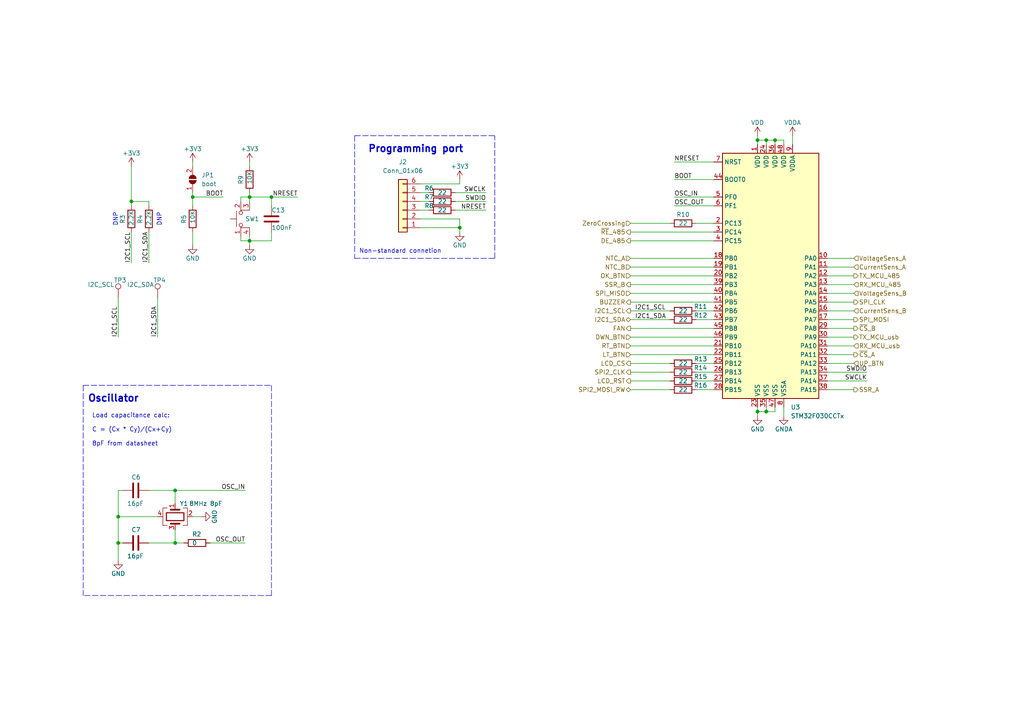
<source format=kicad_sch>
(kicad_sch (version 20211123) (generator eeschema)
  (paper "A4")
  (title_block (title "Reflow Controller"))
  (lib_symbols
    (symbol "Connector:TestPoint" (pin_numbers hide) (pin_names (offset 0.762) hide)
      (property "Reference" "TP" (at 0 6.858 0))
      (property "Value" "TestPoint" (at 0 5.08 0))
      (symbol "TestPoint_0_1"
        (circle (center 0 3.302) (radius 0.762))
      )
      (symbol "TestPoint_1_1"
        (pin passive line (at 0 0 90) (length 2.54) (name "1") (number "1"))
      )
    )
    (symbol "Connector_Generic:Conn_01x06" (pin_names (offset 1.016) hide)
      (property "Reference" "J" (at 0 7.62 0))
      (property "Value" "Conn_01x06" (at 0 -10.16 0))
      (symbol "Conn_01x06_1_1"
        (rectangle (start -1.27 -7.493) (end 0 -7.747) (stroke (width 0.1524)))
        (rectangle (start -1.27 -4.953) (end 0 -5.207) (stroke (width 0.1524)))
        (rectangle (start -1.27 -2.413) (end 0 -2.667) (stroke (width 0.1524)))
        (rectangle (start -1.27 0.127) (end 0 -0.127) (stroke (width 0.1524)))
        (rectangle (start -1.27 2.667) (end 0 2.413) (stroke (width 0.1524)))
        (rectangle (start -1.27 5.207) (end 0 4.953) (stroke (width 0.1524)))
        (rectangle (start -1.27 6.35) (end 1.27 -8.89) (stroke (width 0.254)) (fill (type background)))
        (pin passive line (at -5.08 5.08 0) (length 3.81) (name "Pin_1") (number "1"))
        (pin passive line (at -5.08 2.54 0) (length 3.81) (name "Pin_2") (number "2"))
        (pin passive line (at -5.08 0 0) (length 3.81) (name "Pin_3") (number "3"))
        (pin passive line (at -5.08 -2.54 0) (length 3.81) (name "Pin_4") (number "4"))
        (pin passive line (at -5.08 -5.08 0) (length 3.81) (name "Pin_5") (number "5"))
        (pin passive line (at -5.08 -7.62 0) (length 3.81) (name "Pin_6") (number "6"))
      )
    )
    (symbol "Device:C" (pin_numbers hide) (pin_names (offset 0.254))
      (property "Reference" "C" (at 0.635 2.54 0))
      (property "Value" "C" (at 0.635 -2.54 0))
      (symbol "C_0_1"
        (polyline (pts (xy -2.032 -0.762) (xy 2.032 -0.762)) (stroke (width 0.508)))
        (polyline (pts (xy -2.032 0.762) (xy 2.032 0.762)) (stroke (width 0.508)))
      )
      (symbol "C_1_1"
        (pin passive line (at 0 3.81 270) (length 2.794) (name "~") (number "1"))
        (pin passive line (at 0 -3.81 90) (length 2.794) (name "~") (number "2"))
      )
    )
    (symbol "Device:Crystal_GND24" (pin_names (offset 1.016) hide)
      (property "Reference" "Y" (at 3.175 5.08 0))
      (property "Value" "Crystal_GND24" (at 3.175 3.175 0))
      (symbol "Crystal_GND24_0_1"
        (rectangle (start -1.143 2.54) (end 1.143 -2.54) (stroke (width 0.3048)))
        (polyline (pts (xy -2.54 0) (xy -2.032 0)))
        (polyline (pts (xy -2.032 -1.27) (xy -2.032 1.27)) (stroke (width 0.508)))
        (polyline (pts (xy 0 -3.81) (xy 0 -3.556)))
        (polyline (pts (xy 0 3.556) (xy 0 3.81)))
        (polyline (pts (xy 2.032 -1.27) (xy 2.032 1.27)) (stroke (width 0.508)))
        (polyline (pts (xy 2.032 0) (xy 2.54 0)))
        (polyline (pts (xy -2.54 -2.286) (xy -2.54 -3.556) (xy 2.54 -3.556) (xy 2.54 -2.286)))
        (polyline (pts (xy -2.54 2.286) (xy -2.54 3.556) (xy 2.54 3.556) (xy 2.54 2.286)))
      )
      (symbol "Crystal_GND24_1_1"
        (pin passive line (at -3.81 0 0) (length 1.27) (name "1") (number "1"))
        (pin passive line (at 0 5.08 270) (length 1.27) (name "2") (number "2"))
        (pin passive line (at 3.81 0 180) (length 1.27) (name "3") (number "3"))
        (pin passive line (at 0 -5.08 90) (length 1.27) (name "4") (number "4"))
      )
    )
    (symbol "Device:R" (pin_numbers hide) (pin_names (offset 0))
      (property "Reference" "R" (at 2.032 0 90))
      (property "Value" "R" (at 0 0 90))
      (symbol "R_0_1"
        (rectangle (start -1.016 -2.54) (end 1.016 2.54) (stroke (width 0.254)))
      )
      (symbol "R_1_1"
        (pin passive line (at 0 3.81 270) (length 1.27) (name "~") (number "1"))
        (pin passive line (at 0 -3.81 90) (length 1.27) (name "~") (number "2"))
      )
    )
    (symbol "Jumper:SolderJumper_2_Open" (pin_names (offset 0) hide)
      (property "Reference" "JP" (at 0 2.032 0))
      (property "Value" "SolderJumper_2_Open" (at 0 -2.54 0))
      (symbol "SolderJumper_2_Open_0_1"
        (arc (start -0.254 1.016) (mid -1.27 0) (end -0.254 -1.016))
        (arc (start -0.254 1.016) (mid -1.27 0) (end -0.254 -1.016) (fill (type outline)))
        (polyline (pts (xy -0.254 1.016) (xy -0.254 -1.016)))
        (polyline (pts (xy 0.254 1.016) (xy 0.254 -1.016)))
        (arc (start 0.254 -1.016) (mid 1.27 0) (end 0.254 1.016))
        (arc (start 0.254 -1.016) (mid 1.27 0) (end 0.254 1.016) (fill (type outline)))
      )
      (symbol "SolderJumper_2_Open_1_1"
        (pin passive line (at -3.81 0 0) (length 2.54) (name "A") (number "1"))
        (pin passive line (at 3.81 0 180) (length 2.54) (name "B") (number "2"))
      )
    )
    (symbol "MCU_ST_STM32F0:STM32F030CCTx"
      (property "Reference" "U" (at -15.24 36.83 0))
      (property "Value" "STM32F030CCTx" (at 7.62 36.83 0))
      (symbol "STM32F030CCTx_0_1"
        (rectangle (start -15.24 -35.56) (end 12.7 35.56) (stroke (width 0.254)) (fill (type background)))
      )
      (symbol "STM32F030CCTx_1_1"
        (pin power_in line (at -5.08 38.1 270) (length 2.54) (name "VDD") (number "1"))
        (pin bidirectional line (at 15.24 5.08 180) (length 2.54) (name "PA0") (number "10"))
        (pin bidirectional line (at 15.24 2.54 180) (length 2.54) (name "PA1") (number "11"))
        (pin bidirectional line (at 15.24 0 180) (length 2.54) (name "PA2") (number "12"))
        (pin bidirectional line (at 15.24 -2.54 180) (length 2.54) (name "PA3") (number "13"))
        (pin bidirectional line (at 15.24 -5.08 180) (length 2.54) (name "PA4") (number "14"))
        (pin bidirectional line (at 15.24 -7.62 180) (length 2.54) (name "PA5") (number "15"))
        (pin bidirectional line (at 15.24 -10.16 180) (length 2.54) (name "PA6") (number "16"))
        (pin bidirectional line (at 15.24 -12.7 180) (length 2.54) (name "PA7") (number "17"))
        (pin bidirectional line (at -17.78 5.08 0) (length 2.54) (name "PB0") (number "18"))
        (pin bidirectional line (at -17.78 2.54 0) (length 2.54) (name "PB1") (number "19"))
        (pin bidirectional line (at -17.78 15.24 0) (length 2.54) (name "PC13") (number "2"))
        (pin bidirectional line (at -17.78 0 0) (length 2.54) (name "PB2") (number "20"))
        (pin bidirectional line (at -17.78 -20.32 0) (length 2.54) (name "PB10") (number "21"))
        (pin bidirectional line (at -17.78 -22.86 0) (length 2.54) (name "PB11") (number "22"))
        (pin power_in line (at -5.08 -38.1 90) (length 2.54) (name "VSS") (number "23"))
        (pin power_in line (at -2.54 38.1 270) (length 2.54) (name "VDD") (number "24"))
        (pin bidirectional line (at -17.78 -25.4 0) (length 2.54) (name "PB12") (number "25"))
        (pin bidirectional line (at -17.78 -27.94 0) (length 2.54) (name "PB13") (number "26"))
        (pin bidirectional line (at -17.78 -30.48 0) (length 2.54) (name "PB14") (number "27"))
        (pin bidirectional line (at -17.78 -33.02 0) (length 2.54) (name "PB15") (number "28"))
        (pin bidirectional line (at 15.24 -15.24 180) (length 2.54) (name "PA8") (number "29"))
        (pin bidirectional line (at -17.78 12.7 0) (length 2.54) (name "PC14") (number "3"))
        (pin bidirectional line (at 15.24 -17.78 180) (length 2.54) (name "PA9") (number "30"))
        (pin bidirectional line (at 15.24 -20.32 180) (length 2.54) (name "PA10") (number "31"))
        (pin bidirectional line (at 15.24 -22.86 180) (length 2.54) (name "PA11") (number "32"))
        (pin bidirectional line (at 15.24 -25.4 180) (length 2.54) (name "PA12") (number "33"))
        (pin bidirectional line (at 15.24 -27.94 180) (length 2.54) (name "PA13") (number "34"))
        (pin power_in line (at -2.54 -38.1 90) (length 2.54) (name "VSS") (number "35"))
        (pin power_in line (at 0 38.1 270) (length 2.54) (name "VDD") (number "36"))
        (pin bidirectional line (at 15.24 -30.48 180) (length 2.54) (name "PA14") (number "37"))
        (pin bidirectional line (at 15.24 -33.02 180) (length 2.54) (name "PA15") (number "38"))
        (pin bidirectional line (at -17.78 -2.54 0) (length 2.54) (name "PB3") (number "39"))
        (pin bidirectional line (at -17.78 10.16 0) (length 2.54) (name "PC15") (number "4"))
        (pin bidirectional line (at -17.78 -5.08 0) (length 2.54) (name "PB4") (number "40"))
        (pin bidirectional line (at -17.78 -7.62 0) (length 2.54) (name "PB5") (number "41"))
        (pin bidirectional line (at -17.78 -10.16 0) (length 2.54) (name "PB6") (number "42"))
        (pin bidirectional line (at -17.78 -12.7 0) (length 2.54) (name "PB7") (number "43"))
        (pin input line (at -17.78 27.94 0) (length 2.54) (name "BOOT0") (number "44"))
        (pin bidirectional line (at -17.78 -15.24 0) (length 2.54) (name "PB8") (number "45"))
        (pin bidirectional line (at -17.78 -17.78 0) (length 2.54) (name "PB9") (number "46"))
        (pin power_in line (at 0 -38.1 90) (length 2.54) (name "VSS") (number "47"))
        (pin power_in line (at 2.54 38.1 270) (length 2.54) (name "VDD") (number "48"))
        (pin input line (at -17.78 22.86 0) (length 2.54) (name "PF0") (number "5"))
        (pin input line (at -17.78 20.32 0) (length 2.54) (name "PF1") (number "6"))
        (pin input line (at -17.78 33.02 0) (length 2.54) (name "NRST") (number "7"))
        (pin power_in line (at 2.54 -38.1 90) (length 2.54) (name "VSSA") (number "8"))
        (pin power_in line (at 5.08 38.1 270) (length 2.54) (name "VDDA") (number "9"))
      )
    )
    (symbol "Switch:SW_MEC_5E" (pin_names (offset 1.016) hide)
      (property "Reference" "SW?" (at 0 10.16 0))
      (property "Value" "SW_MEC_5E" (at 0 7.62 0))
      (symbol "SW_MEC_5E_0_1"
        (circle (center -1.778 2.54) (radius 0.508))
        (polyline (pts (xy -2.286 3.81) (xy 2.286 3.81)))
        (polyline (pts (xy 0 3.81) (xy 0 5.588)))
        (polyline (pts (xy -2.54 0) (xy -2.54 2.54) (xy -2.286 2.54)))
        (polyline (pts (xy 2.54 0) (xy 2.54 2.54) (xy 2.286 2.54)))
        (circle (center 1.778 2.54) (radius 0.508))
        (pin passive line (at -5.08 2.54 0) (length 2.54) (name "1") (number "1"))
        (pin passive line (at 5.08 2.54 180) (length 2.54) (name "2") (number "2"))
        (pin passive line (at 5.08 0 180) (length 2.54) (name "K") (number "3"))
        (pin passive line (at -5.08 0 0) (length 2.54) (name "4") (number "4"))
      )
    )
    (symbol "power:+3V3" (power) (pin_names (offset 0))
      (property "Value" "+3V3" (at 0 3.556 0))
      (symbol "+3V3_0_1"
        (polyline (pts (xy -0.762 1.27) (xy 0 2.54)))
        (polyline (pts (xy 0 0) (xy 0 2.54)))
        (polyline (pts (xy 0 2.54) (xy 0.762 1.27)))
      )
      (symbol "+3V3_1_1"
        (pin power_in line (at 0 0 90) (length 0) hide (name "+3V3") (number "1"))
      )
    )
    (symbol "power:GND" (power) (pin_names (offset 0))
      (property "Value" "GND" (at 0 -3.81 0))
      (symbol "GND_0_1"
        (polyline (pts (xy 0 0) (xy 0 -1.27) (xy 1.27 -1.27) (xy 0 -2.54) (xy -1.27 -1.27) (xy 0 -1.27)))
      )
      (symbol "GND_1_1"
        (pin power_in line (at 0 0 270) (length 0) hide (name "GND") (number "1"))
      )
    )
    (symbol "power:GNDA" (power) (pin_names (offset 0))
      (property "Value" "GNDA" (at 0 -3.81 0))
      (symbol "GNDA_0_1"
        (polyline (pts (xy 0 0) (xy 0 -1.27) (xy 1.27 -1.27) (xy 0 -2.54) (xy -1.27 -1.27) (xy 0 -1.27)))
      )
      (symbol "GNDA_1_1"
        (pin power_in line (at 0 0 270) (length 0) hide (name "GNDA") (number "1"))
      )
    )
    (symbol "power:VDD" (power) (pin_names (offset 0))
      (property "Value" "VDD" (at 0 3.81 0))
      (symbol "VDD_0_1"
        (polyline (pts (xy -0.762 1.27) (xy 0 2.54)))
        (polyline (pts (xy 0 0) (xy 0 2.54)))
        (polyline (pts (xy 0 2.54) (xy 0.762 1.27)))
      )
      (symbol "VDD_1_1"
        (pin power_in line (at 0 0 90) (length 0) hide (name "VDD") (number "1"))
      )
    )
    (symbol "power:VDDA" (power) (pin_names (offset 0))
      (property "Value" "VDDA" (at 0 3.81 0))
      (symbol "VDDA_0_1"
        (polyline (pts (xy -0.762 1.27) (xy 0 2.54)))
        (polyline (pts (xy 0 0) (xy 0 2.54)))
        (polyline (pts (xy 0 2.54) (xy 0.762 1.27)))
      )
      (symbol "VDDA_1_1"
        (pin power_in line (at 0 0 90) (length 0) hide (name "VDDA") (number "1"))
      )
    )
  )
  (junction (at 55.88 57.15))
  (junction (at 222.25 40.64))
  (junction (at 224.79 40.64))
  (junction (at 72.39 69.85))
  (junction (at 72.39 57.15))
  (junction (at 78.74 57.15))
  (junction (at 50.8 142.24))
  (junction (at 50.8 157.48))
  (junction (at 219.71 119.38))
  (junction (at 133.35 66.04))
  (junction (at 34.29 157.48))
  (junction (at 38.1 58.42))
  (junction (at 222.25 119.38))
  (junction (at 34.29 149.86))
  (junction (at 219.71 40.64))
  (wire (pts (xy 251.46 107.95) (xy 240.03 107.95)))
  (wire (pts (xy 78.74 57.15) (xy 78.74 59.69)))
  (wire (pts (xy 195.58 57.15) (xy 207.01 57.15)))
  (wire (pts (xy 34.29 149.86) (xy 34.29 142.24)))
  (wire (pts (xy 182.88 105.41) (xy 194.31 105.41)))
  (wire (pts (xy 50.8 146.05) (xy 50.8 142.24)))
  (wire (pts (xy 55.88 67.31) (xy 55.88 71.12)))
  (wire (pts (xy 222.25 118.11) (xy 222.25 119.38)))
  (wire (pts (xy 182.88 87.63) (xy 207.01 87.63)))
  (wire (pts (xy 224.79 119.38) (xy 222.25 119.38)))
  (wire (pts (xy 182.88 107.95) (xy 194.31 107.95)))
  (wire (pts (xy 227.33 118.11) (xy 227.33 120.65)))
  (wire (pts (xy 182.88 77.47) (xy 207.01 77.47)))
  (polyline (pts (xy 78.74 172.72) (xy 24.13 172.72)))
  (wire (pts (xy 38.1 48.26) (xy 38.1 58.42)))
  (wire (pts (xy 240.03 80.01) (xy 247.65 80.01)))
  (wire (pts (xy 72.39 55.88) (xy 72.39 57.15)))
  (wire (pts (xy 60.96 157.48) (xy 71.12 157.48)))
  (wire (pts (xy 201.93 92.71) (xy 207.01 92.71)))
  (wire (pts (xy 201.93 110.49) (xy 207.01 110.49)))
  (wire (pts (xy 240.03 92.71) (xy 247.65 92.71)))
  (wire (pts (xy 50.8 142.24) (xy 71.12 142.24)))
  (wire (pts (xy 133.35 66.04) (xy 133.35 67.31)))
  (wire (pts (xy 240.03 90.17) (xy 247.65 90.17)))
  (wire (pts (xy 132.08 60.96) (xy 140.97 60.96)))
  (wire (pts (xy 121.92 53.34) (xy 133.35 53.34)))
  (wire (pts (xy 132.08 55.88) (xy 140.97 55.88)))
  (wire (pts (xy 182.88 90.17) (xy 194.31 90.17)))
  (polyline (pts (xy 24.13 111.76) (xy 24.13 172.72)))
  (wire (pts (xy 195.58 59.69) (xy 207.01 59.69)))
  (wire (pts (xy 201.93 113.03) (xy 207.01 113.03)))
  (wire (pts (xy 72.39 68.58) (xy 72.39 69.85)))
  (wire (pts (xy 55.88 57.15) (xy 64.77 57.15)))
  (polyline (pts (xy 24.13 111.76) (xy 78.74 111.76)))
  (wire (pts (xy 240.03 95.25) (xy 247.65 95.25)))
  (polyline (pts (xy 102.87 39.37) (xy 102.87 74.93)))
  (wire (pts (xy 86.36 57.15) (xy 78.74 57.15)))
  (wire (pts (xy 229.87 39.37) (xy 229.87 41.91)))
  (wire (pts (xy 224.79 40.64) (xy 222.25 40.64)))
  (wire (pts (xy 69.85 57.15) (xy 72.39 57.15)))
  (wire (pts (xy 240.03 87.63) (xy 247.65 87.63)))
  (wire (pts (xy 78.74 67.31) (xy 78.74 69.85)))
  (polyline (pts (xy 102.87 74.93) (xy 143.51 74.93)))
  (wire (pts (xy 240.03 100.33) (xy 247.65 100.33)))
  (wire (pts (xy 43.18 142.24) (xy 50.8 142.24)))
  (wire (pts (xy 182.88 74.93) (xy 207.01 74.93)))
  (wire (pts (xy 121.92 66.04) (xy 133.35 66.04)))
  (wire (pts (xy 72.39 57.15) (xy 78.74 57.15)))
  (wire (pts (xy 55.88 46.99) (xy 55.88 48.26)))
  (wire (pts (xy 222.25 40.64) (xy 219.71 40.64)))
  (wire (pts (xy 182.88 100.33) (xy 207.01 100.33)))
  (wire (pts (xy 72.39 46.99) (xy 72.39 48.26)))
  (wire (pts (xy 43.18 58.42) (xy 38.1 58.42)))
  (wire (pts (xy 219.71 119.38) (xy 219.71 120.65)))
  (wire (pts (xy 240.03 74.93) (xy 247.65 74.93)))
  (wire (pts (xy 34.29 142.24) (xy 35.56 142.24)))
  (wire (pts (xy 224.79 118.11) (xy 224.79 119.38)))
  (wire (pts (xy 69.85 58.42) (xy 69.85 57.15)))
  (wire (pts (xy 219.71 40.64) (xy 219.71 41.91)))
  (wire (pts (xy 38.1 58.42) (xy 38.1 59.69)))
  (wire (pts (xy 43.18 67.31) (xy 43.18 76.2)))
  (wire (pts (xy 240.03 77.47) (xy 247.65 77.47)))
  (wire (pts (xy 34.29 86.36) (xy 34.29 97.79)))
  (wire (pts (xy 201.93 90.17) (xy 207.01 90.17)))
  (wire (pts (xy 182.88 102.87) (xy 207.01 102.87)))
  (wire (pts (xy 50.8 157.48) (xy 53.34 157.48)))
  (wire (pts (xy 34.29 157.48) (xy 34.29 149.86)))
  (wire (pts (xy 55.88 55.88) (xy 55.88 57.15)))
  (wire (pts (xy 72.39 58.42) (xy 72.39 57.15)))
  (wire (pts (xy 182.88 80.01) (xy 207.01 80.01)))
  (wire (pts (xy 69.85 69.85) (xy 72.39 69.85)))
  (wire (pts (xy 121.92 58.42) (xy 124.46 58.42)))
  (wire (pts (xy 240.03 85.09) (xy 247.65 85.09)))
  (wire (pts (xy 182.88 92.71) (xy 194.31 92.71)))
  (wire (pts (xy 55.88 57.15) (xy 55.88 59.69)))
  (wire (pts (xy 182.88 64.77) (xy 194.31 64.77)))
  (wire (pts (xy 240.03 82.55) (xy 247.65 82.55)))
  (wire (pts (xy 182.88 82.55) (xy 207.01 82.55)))
  (wire (pts (xy 43.18 157.48) (xy 50.8 157.48)))
  (wire (pts (xy 133.35 63.5) (xy 133.35 66.04)))
  (wire (pts (xy 201.93 105.41) (xy 207.01 105.41)))
  (wire (pts (xy 58.42 149.86) (xy 55.88 149.86)))
  (wire (pts (xy 222.25 41.91) (xy 222.25 40.64)))
  (wire (pts (xy 224.79 41.91) (xy 224.79 40.64)))
  (wire (pts (xy 227.33 41.91) (xy 227.33 40.64)))
  (wire (pts (xy 222.25 119.38) (xy 219.71 119.38)))
  (wire (pts (xy 182.88 95.25) (xy 207.01 95.25)))
  (wire (pts (xy 201.93 107.95) (xy 207.01 107.95)))
  (wire (pts (xy 219.71 118.11) (xy 219.71 119.38)))
  (wire (pts (xy 182.88 110.49) (xy 194.31 110.49)))
  (wire (pts (xy 247.65 105.41) (xy 240.03 105.41)))
  (polyline (pts (xy 143.51 74.93) (xy 143.51 39.37)))
  (wire (pts (xy 182.88 97.79) (xy 207.01 97.79)))
  (wire (pts (xy 35.56 157.48) (xy 34.29 157.48)))
  (wire (pts (xy 121.92 60.96) (xy 124.46 60.96)))
  (wire (pts (xy 240.03 113.03) (xy 247.65 113.03)))
  (wire (pts (xy 201.93 64.77) (xy 207.01 64.77)))
  (wire (pts (xy 133.35 52.07) (xy 133.35 53.34)))
  (wire (pts (xy 182.88 85.09) (xy 207.01 85.09)))
  (wire (pts (xy 182.88 69.85) (xy 207.01 69.85)))
  (wire (pts (xy 45.72 86.36) (xy 45.72 97.79)))
  (wire (pts (xy 132.08 58.42) (xy 140.97 58.42)))
  (wire (pts (xy 43.18 59.69) (xy 43.18 58.42)))
  (wire (pts (xy 240.03 97.79) (xy 247.65 97.79)))
  (wire (pts (xy 227.33 40.64) (xy 224.79 40.64)))
  (wire (pts (xy 34.29 149.86) (xy 45.72 149.86)))
  (wire (pts (xy 195.58 46.99) (xy 207.01 46.99)))
  (wire (pts (xy 38.1 67.31) (xy 38.1 76.2)))
  (polyline (pts (xy 78.74 111.76) (xy 78.74 172.72)))
  (wire (pts (xy 251.46 110.49) (xy 240.03 110.49)))
  (wire (pts (xy 182.88 113.03) (xy 194.31 113.03)))
  (wire (pts (xy 69.85 68.58) (xy 69.85 69.85)))
  (wire (pts (xy 182.88 67.31) (xy 207.01 67.31)))
  (wire (pts (xy 72.39 69.85) (xy 72.39 71.12)))
  (wire (pts (xy 219.71 39.37) (xy 219.71 40.64)))
  (wire (pts (xy 240.03 102.87) (xy 247.65 102.87)))
  (wire (pts (xy 72.39 69.85) (xy 78.74 69.85)))
  (wire (pts (xy 121.92 55.88) (xy 124.46 55.88)))
  (polyline (pts (xy 102.87 39.37) (xy 143.51 39.37)))
  (wire (pts (xy 50.8 153.67) (xy 50.8 157.48)))
  (wire (pts (xy 121.92 63.5) (xy 133.35 63.5)))
  (wire (pts (xy 34.29 157.48) (xy 34.29 162.56)))
  (wire (pts (xy 195.58 52.07) (xy 207.01 52.07)))
  (text "Programming port" (at 106.68 44.45 0) (effects (font (size 2 2) (thickness 0.4) bold) (justify left bottom)))
  (text "Load capacitance calc:\n\nC = (Cx * Cy)/(Cx+Cy)\n\n8pF from datasheet\n" (at 26.67 129.54 0) (effects (font (size 1.27 1.27)) (justify left bottom)))
  (text "Non-standard connetion" (at 104.14 73.66 0) (effects (font (size 1.27 1.27)) (justify left bottom)))
  (text "DNP" (at 34.29 61.595 270) (effects (font (size 1.27 1.27)) (justify right bottom)))
  (text "Oscillator" (at 25.4 116.84 0) (effects (font (size 2 2) (thickness 0.4) bold) (justify left bottom)))
  (text "DNP" (at 46.99 61.595 270) (effects (font (size 1.27 1.27)) (justify right bottom)))
  (label "OSC_IN" (at 195.58 57.15 0))
  (label "I2C1_SCL" (at 184.15 90.17 0))
  (label "NRESET" (at 140.97 60.96 180))
  (label "SWDIO" (at 140.97 58.42 180))
  (label "I2C1_SDA" (at 45.72 97.79 90))
  (label "SWCLK" (at 140.97 55.88 180))
  (label "OSC_OUT" (at 71.12 157.48 180))
  (label "NRESET" (at 86.36 57.15 180))
  (label "BOOT" (at 64.77 57.15 180))
  (label "I2C1_SDA" (at 184.15 92.71 0))
  (label "NRESET" (at 195.58 46.99 0))
  (label "OSC_IN" (at 71.12 142.24 180))
  (label "I2C1_SCL" (at 38.1 76.2 90))
  (label "BOOT" (at 195.58 52.07 0))
  (label "I2C1_SDA" (at 43.18 76.2 90))
  (label "SWDIO" (at 251.46 107.95 180))
  (label "SWCLK" (at 251.46 110.49 180))
  (label "OSC_OUT" (at 195.58 59.69 0))
  (label "I2C1_SCL" (at 34.29 97.79 90))
  (hierarchical_label "CurrentSens_A" (shape input) (at 247.65 77.47 0))
  (hierarchical_label "NTC_A" (shape input) (at 182.88 74.93 180))
  (hierarchical_label "DWN_BTN" (shape input) (at 182.88 97.79 180))
  (hierarchical_label "OK_BTN" (shape input) (at 182.88 80.01 180))
  (hierarchical_label "SSR_B" (shape output) (at 182.88 82.55 180))
  (hierarchical_label "CurrentSens_B" (shape input) (at 247.65 90.17 0))
  (hierarchical_label "VoltageSens_A" (shape input) (at 247.65 74.93 0))
  (hierarchical_label "TX_MCU_usb" (shape output) (at 247.65 97.79 0))
  (hierarchical_label "TX_MCU_485" (shape output) (at 247.65 80.01 0))
  (hierarchical_label "RX_MCU_485" (shape input) (at 247.65 82.55 0))
  (hierarchical_label "UP_BTN" (shape input) (at 247.65 105.41 0))
  (hierarchical_label "I2C1_SCL" (shape output) (at 182.88 90.17 180))
  (hierarchical_label "SPI_CLK" (shape output) (at 247.65 87.63 0))
  (hierarchical_label "SPI_MISO" (shape input) (at 182.88 85.09 180))
  (hierarchical_label "VoltageSens_B" (shape input) (at 247.65 85.09 0))
  (hierarchical_label "~{CS}_B" (shape output) (at 247.65 95.25 0))
  (hierarchical_label "~{CS}_A" (shape output) (at 247.65 102.87 0))
  (hierarchical_label "SSR_A" (shape output) (at 247.65 113.03 0))
  (hierarchical_label "DE_485" (shape output) (at 182.88 69.85 180))
  (hierarchical_label "RX_MCU_usb" (shape input) (at 247.65 100.33 0))
  (hierarchical_label "LCD_RST" (shape output) (at 182.88 110.49 180))
  (hierarchical_label "~{RE}_485" (shape output) (at 182.88 67.31 180))
  (hierarchical_label "LT_BTN" (shape input) (at 182.88 102.87 180))
  (hierarchical_label "RT_BTN" (shape input) (at 182.88 100.33 180))
  (hierarchical_label "ZeroCrossing" (shape input) (at 182.88 64.77 180))
  (hierarchical_label "SPI2_CLK" (shape output) (at 182.88 107.95 180))
  (hierarchical_label "FAN" (shape output) (at 182.88 95.25 180))
  (hierarchical_label "I2C1_SDA" (shape bidirectional) (at 182.88 92.71 180))
  (hierarchical_label "NTC_B" (shape input) (at 182.88 77.47 180))
  (hierarchical_label "LCD_CS" (shape output) (at 182.88 105.41 180))
  (hierarchical_label "BUZZER" (shape output) (at 182.88 87.63 180))
  (hierarchical_label "SPI_MOSI" (shape output) (at 247.65 92.71 0))
  (hierarchical_label "SPI2_MOSI_RW" (shape bidirectional) (at 182.88 113.03 180))
  (symbol (lib_id "power:GND") (at 133.35 67.31 0) (unit 1)
    (property "Reference" "#PWR026" (effects hide))
    (property "Value" "GND" (at 133.35 71.12 0))
  )
  (symbol (lib_id "Device:R") (at 57.15 157.48 270) (unit 1)
    (property "Reference" "R2" (at 58.42 154.94 90) (effects (justify right)))
    (property "Value" "0" (at 57.15 157.48 90) (effects (justify right)))
    (property "Footprint" "Resistor_SMD:R_0603_1608Metric" (effects hide))
  )
  (symbol (lib_id "Device:R") (at 128.27 60.96 90) (unit 1)
    (property "Reference" "R8" (at 124.46 59.69 90))
    (property "Value" "22" (at 128.27 60.96 90))
    (property "Footprint" "Resistor_SMD:R_0603_1608Metric" (effects hide))
  )
  (symbol (lib_id "power:+3V3") (at 72.39 46.99 0) (unit 1)
    (property "Reference" "#PWR0144" (effects hide))
    (property "Value" "+3V3" (at 72.39 43.18 0))
  )
  (symbol (lib_id "Device:Crystal_GND24") (at 50.8 149.86 270) (unit 1)
    (property "Reference" "Y1" (at 53.34 146.05 90))
    (property "Value" "8MHz 8pF" (at 59.69 146.05 90))
    (property "Footprint" "Crystal:Crystal_SMD_TXC_7M-4Pin_3.2x2.5mm" (effects hide))
    (property "Datasheet" ".\\datasheets\\2206291701_Yangxing-Tech-XC32258MSB4SA-18_C3294345.pdf" (effects hide))
  )
  (symbol (lib_id "power:GND") (at 72.39 71.12 0) (unit 1)
    (property "Reference" "#PWR028" (effects hide))
    (property "Value" "GND" (at 72.39 74.93 0))
  )
  (symbol (lib_id "Device:R") (at 72.39 52.07 0) (unit 1)
    (property "Reference" "R9" (at 69.85 50.8 90) (effects (justify right)))
    (property "Value" "10K" (at 72.39 49.53 90) (effects (justify right)))
    (property "Footprint" "Resistor_SMD:R_0603_1608Metric" (effects hide))
  )
  (symbol (lib_id "MCU_ST_STM32F0:STM32F030CCTx") (at 224.79 80.01 0) (unit 1)
    (property "Reference" "U3" (at 229.3494 118.11 0) (effects (justify left)))
    (property "Value" "STM32F030CCTx" (at 229.3494 120.65 0) (effects (justify left)))
    (property "Footprint" "Package_QFP:LQFP-48_7x7mm_P0.5mm" (effects hide))
    (property "Datasheet" ".\\datasheets\\stm32f030f4-1851168.pdf" (effects hide))
  )
  (symbol (lib_id "Device:R") (at 43.18 63.5 0) (unit 1)
    (property "Reference" "R4" (at 40.64 62.23 90) (effects (justify right)))
    (property "Value" "2.2K" (at 43.18 60.96 90) (effects (justify right)))
    (property "Footprint" "Resistor_SMD:R_0603_1608Metric" (effects hide))
  )
  (symbol (lib_id "Device:R") (at 198.12 113.03 90) (unit 1)
    (property "Reference" "R16" (at 203.2 111.76 90))
    (property "Value" "22" (at 198.12 113.03 90))
    (property "Footprint" "Resistor_SMD:R_0603_1608Metric" (effects hide))
  )
  (symbol (lib_id "Connector_Generic:Conn_01x06") (at 116.84 60.96 180) (unit 1)
    (property "Reference" "J2" (at 116.84 46.99 0))
    (property "Value" "Conn_01x06" (at 116.84 49.53 0))
    (property "Footprint" "Connector_PinHeader_2.54mm:PinHeader_1x06_P2.54mm_Vertical" (effects hide))
  )
  (symbol (lib_id "power:GND") (at 219.71 120.65 0) (unit 1)
    (property "Reference" "#PWR030" (effects hide))
    (property "Value" "GND" (at 219.71 124.46 0))
  )
  (symbol (lib_id "power:GND") (at 58.42 149.86 90) (unit 1)
    (property "Reference" "#PWR020" (effects hide))
    (property "Value" "GND" (at 62.23 149.86 0))
  )
  (symbol (lib_id "Device:R") (at 198.12 90.17 90) (unit 1)
    (property "Reference" "R11" (at 203.2 88.9 90))
    (property "Value" "22" (at 198.12 90.17 90))
    (property "Footprint" "Resistor_SMD:R_0603_1608Metric" (effects hide))
  )
  (symbol (lib_id "Device:R") (at 198.12 107.95 90) (unit 1)
    (property "Reference" "R14" (at 203.2 106.68 90))
    (property "Value" "22" (at 198.12 107.95 90))
    (property "Footprint" "Resistor_SMD:R_0603_1608Metric" (effects hide))
  )
  (symbol (lib_id "Connector:TestPoint") (at 45.72 86.36 0) (unit 1) (in_bom no)
    (property "Reference" "TP4" (at 44.45 81.28 0) (effects (justify left)))
    (property "Value" "I2C_SDA" (at 36.83 82.55 0) (effects (justify left)))
    (property "Footprint" "TestPoint:TestPoint_Pad_D1.5mm" (effects hide))
  )
  (symbol (lib_id "Switch:SW_MEC_5E") (at 72.39 63.5 90) (unit 1)
    (property "Reference" "SW1" (at 71.12 63.5 90) (effects (justify right)))
    (property "Value" "SW_MEC_5E" (effects hide))
    (property "Footprint" "footprint_lib:KMR621NGLFS" (effects hide))
    (property "Datasheet" "http://www.apem.com/int/index.php?controller=attachment&id_attachment=1371" (effects hide))
  )
  (symbol (lib_id "Device:C") (at 39.37 142.24 270) (unit 1)
    (property "Reference" "C6" (at 38.1 138.43 90) (effects (justify left)))
    (property "Value" "16pF" (at 36.83 146.05 90) (effects (justify left)))
    (property "Footprint" "Capacitor_SMD:C_0603_1608Metric" (effects hide))
  )
  (symbol (lib_id "Device:C") (at 39.37 157.48 270) (unit 1)
    (property "Reference" "C7" (at 38.1 153.67 90) (effects (justify left)))
    (property "Value" "16pF" (at 36.83 161.29 90) (effects (justify left)))
    (property "Footprint" "Capacitor_SMD:C_0603_1608Metric" (effects hide))
  )
  (symbol (lib_id "power:+3V3") (at 133.35 52.07 0) (unit 1)
    (property "Reference" "#PWR025" (effects hide))
    (property "Value" "+3V3" (at 133.35 48.26 0))
  )
  (symbol (lib_id "power:+3V3") (at 38.1 48.26 0) (unit 1)
    (property "Reference" "#PWR0146" (effects hide))
    (property "Value" "+3V3" (at 38.1 44.45 0))
  )
  (symbol (lib_id "Device:R") (at 38.1 63.5 0) (unit 1)
    (property "Reference" "R3" (at 35.56 62.23 90) (effects (justify right)))
    (property "Value" "2.2K" (at 38.1 60.96 90) (effects (justify right)))
    (property "Footprint" "Resistor_SMD:R_0603_1608Metric" (effects hide))
  )
  (symbol (lib_id "Device:R") (at 198.12 105.41 90) (unit 1)
    (property "Reference" "R13" (at 203.2 104.14 90))
    (property "Value" "22" (at 198.12 105.41 90))
    (property "Footprint" "Resistor_SMD:R_0603_1608Metric" (effects hide))
  )
  (symbol (lib_id "Device:R") (at 128.27 55.88 90) (unit 1)
    (property "Reference" "R6" (at 124.46 54.61 90))
    (property "Value" "22" (at 128.27 55.88 90))
    (property "Footprint" "Resistor_SMD:R_0603_1608Metric" (effects hide))
  )
  (symbol (lib_id "Connector:TestPoint") (at 34.29 86.36 0) (unit 1) (in_bom no)
    (property "Reference" "TP3" (at 33.02 81.28 0) (effects (justify left)))
    (property "Value" "I2C_SCL" (at 25.4 82.55 0) (effects (justify left)))
    (property "Footprint" "TestPoint:TestPoint_Pad_D1.5mm" (effects hide))
  )
  (symbol (lib_id "Device:R") (at 128.27 58.42 90) (unit 1)
    (property "Reference" "R7" (at 124.46 57.15 90))
    (property "Value" "22" (at 128.27 58.42 90))
    (property "Footprint" "Resistor_SMD:R_0603_1608Metric" (effects hide))
  )
  (symbol (lib_id "power:GND") (at 55.88 71.12 0) (unit 1)
    (property "Reference" "#PWR024" (effects hide))
    (property "Value" "GND" (at 55.88 74.93 0))
  )
  (symbol (lib_id "power:GND") (at 34.29 162.56 0) (unit 1)
    (property "Reference" "#PWR017" (effects hide))
    (property "Value" "GND" (at 34.29 166.37 0))
  )
  (symbol (lib_id "Device:R") (at 198.12 64.77 90) (unit 1)
    (property "Reference" "R10" (at 198.12 62.23 90))
    (property "Value" "22" (at 198.12 64.77 90))
    (property "Footprint" "Resistor_SMD:R_0603_1608Metric" (effects hide))
  )
  (symbol (lib_id "Device:C") (at 78.74 63.5 0) (unit 1)
    (property "Reference" "C13" (at 78.74 60.96 0) (effects (justify left)))
    (property "Value" "100nF" (at 78.74 66.04 0) (effects (justify left)))
    (property "Footprint" "Capacitor_SMD:C_0603_1608Metric" (effects hide))
  )
  (symbol (lib_id "Jumper:SolderJumper_2_Open") (at 55.88 52.07 90) (unit 1)
    (property "Reference" "JP1" (at 58.42 50.7999 90) (effects (justify right)))
    (property "Value" "boot" (at 58.42 53.3399 90) (effects (justify right)))
    (property "Footprint" "Jumper:SolderJumper-2_P1.3mm_Open_RoundedPad1.0x1.5mm" (effects hide))
  )
  (symbol (lib_id "Device:R") (at 198.12 110.49 90) (unit 1)
    (property "Reference" "R15" (at 203.2 109.22 90))
    (property "Value" "22" (at 198.12 110.49 90))
    (property "Footprint" "Resistor_SMD:R_0603_1608Metric" (effects hide))
  )
  (symbol (lib_id "power:GNDA") (at 227.33 120.65 0) (unit 1)
    (property "Reference" "#PWR031" (effects hide))
    (property "Value" "GNDA" (at 227.33 124.46 0))
  )
  (symbol (lib_id "power:VDD") (at 219.71 39.37 0) (unit 1)
    (property "Reference" "#PWR029" (effects hide))
    (property "Value" "VDD" (at 219.71 35.56 0))
  )
  (symbol (lib_id "Device:R") (at 198.12 92.71 90) (unit 1)
    (property "Reference" "R12" (at 203.2 91.44 90))
    (property "Value" "22" (at 198.12 92.71 90))
    (property "Footprint" "Resistor_SMD:R_0603_1608Metric" (effects hide))
  )
  (symbol (lib_id "power:VDDA") (at 229.87 39.37 0) (unit 1)
    (property "Reference" "#PWR032" (effects hide))
    (property "Value" "VDDA" (at 229.87 35.56 0))
  )
  (symbol (lib_id "power:+3V3") (at 55.88 46.99 0) (unit 1)
    (property "Reference" "#PWR0145" (effects hide))
    (property "Value" "+3V3" (at 55.88 43.18 0))
  )
  (symbol (lib_id "Device:R") (at 55.88 63.5 0) (unit 1)
    (property "Reference" "R5" (at 53.34 62.23 90) (effects (justify right)))
    (property "Value" "10K" (at 55.88 60.96 90) (effects (justify right)))
    (property "Footprint" "Resistor_SMD:R_0603_1608Metric" (effects hide))
  )
)
</source>
